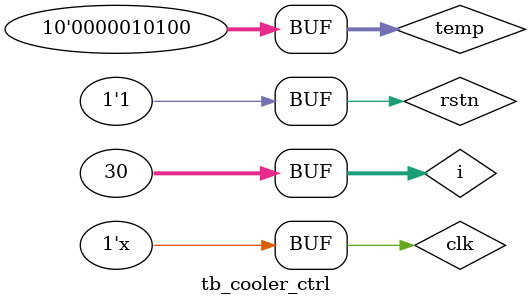
<source format=v>
`timescale 1ns/1ps
`include "cooler_ctrl_increment.v"
module tb_cooler_ctrl();
reg clk;
reg rstn;
reg [9:0] temp;
wire [9:0] speed;

initial begin
    clk = 1'b0;
    rstn = 1'b0;
    #40
    rstn = 1'b1;
end

integer i;
initial begin
    temp = 0;
    #40
//    temp = 1;
//    #100
//    temp = 2;
//    #100
//    temp = 3;
//    #100
//    temp = 4;
//    #100
//    temp = 5;
//    #100
//    temp = 6;
//    #100
//    temp = 7;
//    #100
//    temp = 8;
//    #100
//    temp = 9;
//    #100
//    temp = 10;
//    #100
//    temp = 11;
//    #100
//    temp = 10;
//    #100
//    temp = 9;
//    #100
//    temp = 8;
//    #100
//    temp = 7;
//    #100
//    temp = 6;
//    #100
//    temp = 5;
//    #100
//    temp = 4;
//    #100
//    temp = 5;
//    #100
//    temp = 4;
//    #100
//    temp = 5;
//    #100
//    temp = 5;
//    #100
//    temp = 4;
//    #100
//    temp = 5;
    for (i = 0; i < 50; i = i + 1) begin
        #100
        temp = temp + 1;
        
    end
    for (i = 0; i < 50; i = i + 1) begin
        #100
        temp = temp + (temp%2?1:(-1));
    end
    
    for (i = 0; i < 30; i = i + 1) begin
        #100
        temp = temp -1;
    end
end

always #10 clk = ~clk;

cooler_ctrl_increment u_cc(
    .clk(clk),
    .rstn(rstn),
    .temp(temp),
    .speed(speed)
);
endmodule
</source>
